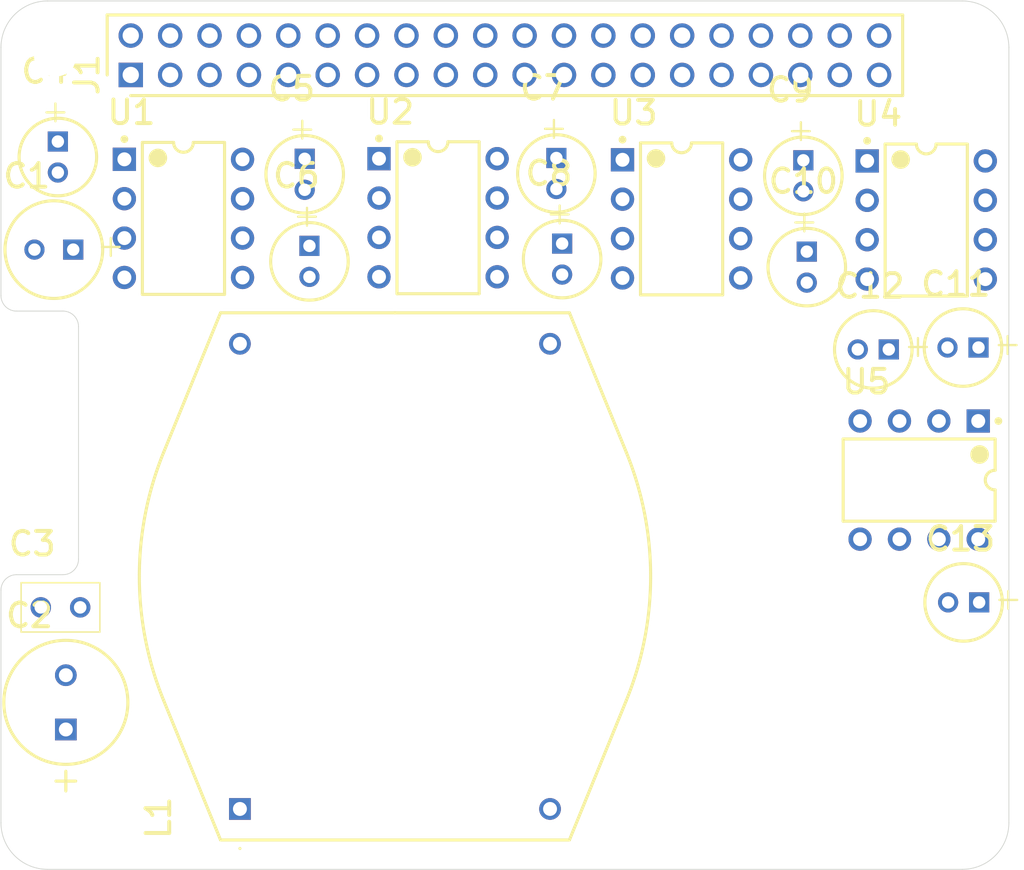
<source format=kicad_pcb>
(kicad_pcb (version 20241229) (generator "pcbnew") (generator_version "9.0")
  (layers (0 "F.Cu" signal "Top Layer") (2 "B.Cu" signal "Bottom Layer") (13 "F.Paste" user "Top Paste") (15 "B.Paste" user "Bottom Paste") (5 "F.SilkS" user "Top Overlay") (7 "B.SilkS" user "Bottom Overlay") (1 "F.Mask" user "Top Solder") (3 "B.Mask" user "Bottom Solder") (25 "Edge.Cuts" user))
  (net 0 "")
  (net 1 "GND")
  (net 2 "DATA5")
  (net 3 "DATA4")
  (net 4 "DATA3")
  (net 5 "DATA2")
  (net 6 "DATA1")
  (net 7 "CLK")
  (net 8 "~{CS}")
  (net 9 "3v3")
  (net 10 "3v3_rpi")
  (footprint "Vault:CAPPR55-200-1100X500X1200" (layer "F.Cu") (at 152.19067 93.64866 -90)
    (property "Reference" "C8" (at -5.523558 0.85168 0) (layer "F.SilkS") (effects (font (size 1.524 1.524) (thickness 0.254))))
    (property "Value" "7110918" (hide yes))
    (fp_circle (center 0 0) (end -2.5 0) (stroke (width 0.2)) (fill no) (layer "F.SilkS"))
    (fp_text user "+" (at -3.908 0.92075 270) (layer "F.SilkS") (effects (font (size 1.5 1.5)) (justify left bottom)))
    (pad "1" thru_hole rect (at -1 0 270) (size 1.3 1.3) (drill 0.8) (layers "*.Cu" "*.Mask") (net 9 "3v3"))
    (pad "2" thru_hole circle (at 1 0 90) (size 1.3 1.3) (drill 0.8) (layers "*.Cu" "*.Mask") (net 1 "GND"))
  )
  (footprint "Vault:CAPPR55-200-1100X500X1200" (layer "F.Cu") (at 135.8938 93.79679 -90)
    (property "Reference" "C6" (at -5.519288 0.83621 0) (layer "F.SilkS") (effects (font (size 1.524 1.524) (thickness 0.254))))
    (property "Value" "7110918" (hide yes))
    (fp_circle (center 0 0) (end -2.5 0) (stroke (width 0.2)) (fill no) (layer "F.SilkS"))
    (fp_text user "+" (at -3.908 0.92075 270) (layer "F.SilkS") (effects (font (size 1.5 1.5)) (justify left bottom)))
    (pad "1" thru_hole rect (at -1 0 270) (size 1.3 1.3) (drill 0.8) (layers "*.Cu" "*.Mask") (net 9 "3v3"))
    (pad "2" thru_hole circle (at 1 0 90) (size 1.3 1.3) (drill 0.8) (layers "*.Cu" "*.Mask") (net 1 "GND"))
  )
  (footprint "" (layer "F.Cu") (at 119.5011 129.5036)
    (property "Reference" "" (at 0 0 0) (layer "F.SilkS") (effects (font (size 1.27 1.27))))
    (property "Value" "")
    (pad "" np_thru_hole circle (at 0 0) (size 2.75 2.75) (drill 2.75) (layers "*.Cu" "*.Mask"))
  )
  (footprint "Vault:DKFPG22GD5J0" (layer "F.Cu") (at 131.4109 129.11156)
    (property "Reference" "L1" (at -5.252128 0.56954 90) (layer "F.SilkS") (effects (font (size 1.524 1.524) (thickness 0.254))))
    (property "Value" "DKFP-G22G-D5J0" (hide yes))
    (fp_line (start -4.92 -23) (end -1.25 -32) (stroke (width 0.2)) (layer "F.SilkS"))
    (fp_line (start -4.92 -7) (end -1.25 2) (stroke (width 0.2)) (layer "F.SilkS"))
    (fp_line (start -1.25 -32) (end 10 -32) (stroke (width 0.2)) (layer "F.SilkS"))
    (fp_line (start -1.25 2) (end 21.25 2) (stroke (width 0.2)) (layer "F.SilkS"))
    (fp_line (start 10 -32) (end 21.25 -32) (stroke (width 0.2)) (layer "F.SilkS"))
    (fp_line (start 21.25 -32) (end 24.92 -23) (stroke (width 0.2)) (layer "F.SilkS"))
    (fp_line (start 21.25 2) (end 24.92 -7) (stroke (width 0.2)) (layer "F.SilkS"))
    (fp_arc (start -4.916994 -6.995065) (mid -6.4875 -15) (end -4.916994 -23.004935) (stroke (width 0.2)) (layer "F.SilkS"))
    (fp_arc (start 0 2.5) (mid 0.05 2.55) (end 0 2.6) (stroke (width 0.1)) (layer "F.SilkS"))
    (fp_arc (start 0 2.6) (mid -0.05 2.55) (end 0 2.5) (stroke (width 0.1)) (layer "F.SilkS"))
    (fp_arc (start 24.916994 -23.004935) (mid 26.4875 -15) (end 24.916994 -6.995065) (stroke (width 0.2)) (layer "F.SilkS"))
    (pad "1" thru_hole rect (at 0 0) (size 1.4 1.4) (drill 0.9) (layers "*.Cu" "*.Mask") (net 9 "3v3"))
    (pad "2" thru_hole circle (at 0 -30) (size 1.4 1.4) (drill 0.9) (layers "*.Cu" "*.Mask") (net 10 "3v3_rpi"))
    (pad "3" thru_hole circle (at 20 0) (size 1.4 1.4) (drill 0.9) (layers "*.Cu" "*.Mask"))
    (pad "4" thru_hole circle (at 20 -30) (size 1.4 1.4) (drill 0.9) (layers "*.Cu" "*.Mask"))
  )
  (footprint "Vault:CAPPR55-200-1100X500X1200" (layer "F.Cu") (at 167.96903 94.16719 -90)
    (property "Reference" "C10" (at -5.534088 0.221845 0) (layer "F.SilkS") (effects (font (size 1.524 1.524) (thickness 0.254))))
    (property "Value" "7110918" (hide yes))
    (fp_circle (center 0 0) (end -2.5 0) (stroke (width 0.2)) (fill no) (layer "F.SilkS"))
    (fp_text user "+" (at -3.908 0.92075 270) (layer "F.SilkS") (effects (font (size 1.5 1.5)) (justify left bottom)))
    (pad "1" thru_hole rect (at -1 0 270) (size 1.3 1.3) (drill 0.8) (layers "*.Cu" "*.Mask") (net 9 "3v3"))
    (pad "2" thru_hole circle (at 1 0 90) (size 1.3 1.3) (drill 0.8) (layers "*.Cu" "*.Mask") (net 1 "GND"))
  )
  (footprint "Vault:MCHP-P-8" (layer "F.Cu") (at 144.19041 90.98186)
    (property "Reference" "U2" (at -3.08762 -6.819158 0) (layer "F.SilkS") (effects (font (size 1.524 1.524) (thickness 0.254))))
    (property "Value" "MCP3201-CI/P" (hide yes))
    (fp_line (start -2.65 -4.9) (end -0.635 -4.9) (stroke (width 0.2)) (layer "F.SilkS"))
    (fp_line (start -2.65 4.9) (end -2.65 -4.9) (stroke (width 0.2)) (layer "F.SilkS"))
    (fp_line (start -2.65 4.9) (end 2.65 4.9) (stroke (width 0.2)) (layer "F.SilkS"))
    (fp_line (start 0.635 -4.9) (end 2.65 -4.9) (stroke (width 0.2)) (layer "F.SilkS"))
    (fp_line (start 2.65 4.9) (end 2.65 -4.9) (stroke (width 0.2)) (layer "F.SilkS"))
    (fp_arc (start 0.635 -4.9) (mid 0 -4.265) (end -0.635 -4.9) (stroke (width 0.2)) (layer "F.SilkS"))
    (fp_circle (center -3.81 -5.11) (end -3.81 -5.235) (stroke (width 0.25)) (fill no) (layer "F.SilkS"))
    (fp_circle (center -1.65 -3.9) (end -1.65 -4.2) (stroke (width 0.6)) (fill no) (layer "F.SilkS"))
    (pad "1" thru_hole rect (at -3.81 -3.81) (size 1.5 1.5) (drill 0.9) (layers "*.Cu" "*.Mask") (net 9 "3v3"))
    (pad "2" thru_hole circle (at -3.81 -1.27) (size 1.5 1.5) (drill 0.9) (layers "*.Cu" "*.Mask"))
    (pad "3" thru_hole circle (at -3.81 1.27) (size 1.5 1.5) (drill 0.9) (layers "*.Cu" "*.Mask") (net 1 "GND"))
    (pad "4" thru_hole circle (at -3.81 3.81) (size 1.5 1.5) (drill 0.9) (layers "*.Cu" "*.Mask") (net 1 "GND"))
    (pad "5" thru_hole circle (at 3.81 3.81) (size 1.5 1.5) (drill 0.9) (layers "*.Cu" "*.Mask") (net 8 "~{CS}"))
    (pad "6" thru_hole circle (at 3.81 1.27) (size 1.5 1.5) (drill 0.9) (layers "*.Cu" "*.Mask") (net 5 "DATA2"))
    (pad "7" thru_hole circle (at 3.81 -1.27) (size 1.5 1.5) (drill 0.9) (layers "*.Cu" "*.Mask") (net 7 "CLK"))
    (pad "8" thru_hole circle (at 3.81 -3.81) (size 1.5 1.5) (drill 0.9) (layers "*.Cu" "*.Mask") (net 9 "3v3"))
  )
  (footprint "Vault:CAPPR65-350-1150X800X1250" (layer "F.Cu") (at 120.1838 122.23538 90)
    (property "Reference" "C2" (at 5.600768 -2.34762 0) (layer "F.SilkS") (effects (font (size 1.524 1.524) (thickness 0.254))))
    (property "Value" "ECA1CM471" (hide yes))
    (fp_line (start -5.08 -0.635) (end -5.08 0.635) (stroke (width 0.2)) (layer "F.SilkS"))
    (fp_line (start -5.715 0) (end -4.445 0) (stroke (width 0.2)) (layer "F.SilkS"))
    (fp_circle (center 0 0) (end 4 0) (stroke (width 0.2)) (fill no) (layer "F.SilkS"))
    (pad "1" thru_hole rect (at -1.75 0 90) (size 1.4 1.4) (drill 0.9) (layers "*.Cu" "*.Mask") (net 9 "3v3"))
    (pad "2" thru_hole circle (at 1.75 0 270) (size 1.4 1.4) (drill 0.9) (layers "*.Cu" "*.Mask") (net 1 "GND"))
  )
  (footprint "Vault:HDRV40W85P254_2X20_5080X500X860P" (layer "F.Cu") (at 124.3711 81.7736 180)
    (property "Reference" "J1" (at 2.830218 0.02312 90) (layer "F.SilkS") (effects (font (size 1.524 1.524) (thickness 0.254))))
    (property "Value" "Raspberry Pi 3B+ Header" (hide yes))
    (fp_line (start 1.52 3.87) (end -49.78 3.87) (stroke (width 0.2)) (layer "F.SilkS"))
    (fp_line (start 1.52 0) (end 1.52 3.87) (stroke (width 0.2)) (layer "F.SilkS"))
    (fp_line (start 0 -1.33) (end -49.78 -1.33) (stroke (width 0.2)) (layer "F.SilkS"))
    (fp_line (start -49.78 -1.33) (end -49.78 3.87) (stroke (width 0.2)) (layer "F.SilkS"))
    (pad "1" thru_hole rect (at 0 0 180) (size 1.575 1.575) (drill 1.05) (layers "*.Cu" "*.Mask") (net 10 "3v3_rpi"))
    (pad "2" thru_hole circle (at 0 2.54 180) (size 1.575 1.575) (drill 1.05) (layers "*.Cu" "*.Mask"))
    (pad "3" thru_hole circle (at -2.54 0 180) (size 1.575 1.575) (drill 1.05) (layers "*.Cu" "*.Mask"))
    (pad "4" thru_hole circle (at -2.54 2.54 180) (size 1.575 1.575) (drill 1.05) (layers "*.Cu" "*.Mask"))
    (pad "5" thru_hole circle (at -5.08 0 180) (size 1.575 1.575) (drill 1.05) (layers "*.Cu" "*.Mask"))
    (pad "6" thru_hole circle (at -5.08 2.54 180) (size 1.575 1.575) (drill 1.05) (layers "*.Cu" "*.Mask") (net 1 "GND"))
    (pad "7" thru_hole circle (at -7.62 0 180) (size 1.575 1.575) (drill 1.05) (layers "*.Cu" "*.Mask"))
    (pad "8" thru_hole circle (at -7.62 2.54 180) (size 1.575 1.575) (drill 1.05) (layers "*.Cu" "*.Mask"))
    (pad "9" thru_hole circle (at -10.16 0 180) (size 1.575 1.575) (drill 1.05) (layers "*.Cu" "*.Mask") (net 1 "GND"))
    (pad "10" thru_hole circle (at -10.16 2.54 180) (size 1.575 1.575) (drill 1.05) (layers "*.Cu" "*.Mask"))
    (pad "11" thru_hole circle (at -12.7 0 180) (size 1.575 1.575) (drill 1.05) (layers "*.Cu" "*.Mask"))
    (pad "12" thru_hole circle (at -12.7 2.54 180) (size 1.575 1.575) (drill 1.05) (layers "*.Cu" "*.Mask"))
    (pad "13" thru_hole circle (at -15.24 0 180) (size 1.575 1.575) (drill 1.05) (layers "*.Cu" "*.Mask") (net 2 "DATA5"))
    (pad "14" thru_hole circle (at -15.24 2.54 180) (size 1.575 1.575) (drill 1.05) (layers "*.Cu" "*.Mask") (net 1 "GND"))
    (pad "15" thru_hole circle (at -17.78 0 180) (size 1.575 1.575) (drill 1.05) (layers "*.Cu" "*.Mask"))
    (pad "16" thru_hole circle (at -17.78 2.54 180) (size 1.575 1.575) (drill 1.05) (layers "*.Cu" "*.Mask") (net 6 "DATA1"))
    (pad "17" thru_hole circle (at -20.32 0 180) (size 1.575 1.575) (drill 1.05) (layers "*.Cu" "*.Mask") (net 10 "3v3_rpi"))
    (pad "18" thru_hole circle (at -20.32 2.54 180) (size 1.575 1.575) (drill 1.05) (layers "*.Cu" "*.Mask") (net 5 "DATA2"))
    (pad "19" thru_hole circle (at -22.86 0 180) (size 1.575 1.575) (drill 1.05) (layers "*.Cu" "*.Mask"))
    (pad "20" thru_hole circle (at -22.86 2.54 180) (size 1.575 1.575) (drill 1.05) (layers "*.Cu" "*.Mask") (net 1 "GND"))
    (pad "21" thru_hole circle (at -25.4 0 180) (size 1.575 1.575) (drill 1.05) (layers "*.Cu" "*.Mask"))
    (pad "22" thru_hole circle (at -25.4 2.54 180) (size 1.575 1.575) (drill 1.05) (layers "*.Cu" "*.Mask") (net 4 "DATA3"))
    (pad "23" thru_hole circle (at -27.94 0 180) (size 1.575 1.575) (drill 1.05) (layers "*.Cu" "*.Mask") (net 7 "CLK"))
    (pad "24" thru_hole circle (at -27.94 2.54 180) (size 1.575 1.575) (drill 1.05) (layers "*.Cu" "*.Mask") (net 8 "~{CS}"))
    (pad "25" thru_hole circle (at -30.48 0 180) (size 1.575 1.575) (drill 1.05) (layers "*.Cu" "*.Mask") (net 1 "GND"))
    (pad "26" thru_hole circle (at -30.48 2.54 180) (size 1.575 1.575) (drill 1.05) (layers "*.Cu" "*.Mask"))
    (pad "27" thru_hole circle (at -33.02 0 180) (size 1.575 1.575) (drill 1.05) (layers "*.Cu" "*.Mask"))
    (pad "28" thru_hole circle (at -33.02 2.54 180) (size 1.575 1.575) (drill 1.05) (layers "*.Cu" "*.Mask"))
    (pad "29" thru_hole circle (at -35.56 0 180) (size 1.575 1.575) (drill 1.05) (layers "*.Cu" "*.Mask"))
    (pad "30" thru_hole circle (at -35.56 2.54 180) (size 1.575 1.575) (drill 1.05) (layers "*.Cu" "*.Mask") (net 1 "GND"))
    (pad "31" thru_hole circle (at -38.1 0 180) (size 1.575 1.575) (drill 1.05) (layers "*.Cu" "*.Mask"))
    (pad "32" thru_hole circle (at -38.1 2.54 180) (size 1.575 1.575) (drill 1.05) (layers "*.Cu" "*.Mask"))
    (pad "33" thru_hole circle (at -40.64 0 180) (size 1.575 1.575) (drill 1.05) (layers "*.Cu" "*.Mask"))
    (pad "34" thru_hole circle (at -40.64 2.54 180) (size 1.575 1.575) (drill 1.05) (layers "*.Cu" "*.Mask") (net 1 "GND"))
    (pad "35" thru_hole circle (at -43.18 0 180) (size 1.575 1.575) (drill 1.05) (layers "*.Cu" "*.Mask"))
    (pad "36" thru_hole circle (at -43.18 2.54 180) (size 1.575 1.575) (drill 1.05) (layers "*.Cu" "*.Mask"))
    (pad "37" thru_hole circle (at -45.72 0 180) (size 1.575 1.575) (drill 1.05) (layers "*.Cu" "*.Mask") (net 3 "DATA4"))
    (pad "38" thru_hole circle (at -45.72 2.54 180) (size 1.575 1.575) (drill 1.05) (layers "*.Cu" "*.Mask"))
    (pad "39" thru_hole circle (at -48.26 0 180) (size 1.575 1.575) (drill 1.05) (layers "*.Cu" "*.Mask") (net 1 "GND"))
    (pad "40" thru_hole circle (at -48.26 2.54 180) (size 1.575 1.575) (drill 1.05) (layers "*.Cu" "*.Mask"))
  )
  (footprint "Vault:CAPPR55-200-1100X500X1200" (layer "F.Cu") (at 135.58871 88.18137 -90)
    (property "Reference" "C5" (at -5.517268 0.83592 0) (layer "F.SilkS") (effects (font (size 1.524 1.524) (thickness 0.254))))
    (property "Value" "7110918" (hide yes))
    (fp_circle (center 0 0) (end -2.5 0) (stroke (width 0.2)) (fill no) (layer "F.SilkS"))
    (fp_text user "+" (at -3.908 0.92075 270) (layer "F.SilkS") (effects (font (size 1.5 1.5)) (justify left bottom)))
    (pad "1" thru_hole rect (at -1 0 270) (size 1.3 1.3) (drill 0.8) (layers "*.Cu" "*.Mask") (net 9 "3v3"))
    (pad "2" thru_hole circle (at 1 0 90) (size 1.3 1.3) (drill 0.8) (layers "*.Cu" "*.Mask") (net 1 "GND"))
  )
  (footprint "Vault:MCHP-P-8" (layer "F.Cu") (at 159.89467 91.05597)
    (property "Reference" "U3" (at -3.09468 -6.842468 0) (layer "F.SilkS") (effects (font (size 1.524 1.524) (thickness 0.254))))
    (property "Value" "MCP3201-CI/P" (hide yes))
    (fp_line (start -2.65 -4.9) (end -0.635 -4.9) (stroke (width 0.2)) (layer "F.SilkS"))
    (fp_line (start -2.65 4.9) (end -2.65 -4.9) (stroke (width 0.2)) (layer "F.SilkS"))
    (fp_line (start -2.65 4.9) (end 2.65 4.9) (stroke (width 0.2)) (layer "F.SilkS"))
    (fp_line (start 0.635 -4.9) (end 2.65 -4.9) (stroke (width 0.2)) (layer "F.SilkS"))
    (fp_line (start 2.65 4.9) (end 2.65 -4.9) (stroke (width 0.2)) (layer "F.SilkS"))
    (fp_arc (start 0.635 -4.9) (mid 0 -4.265) (end -0.635 -4.9) (stroke (width 0.2)) (layer "F.SilkS"))
    (fp_circle (center -3.81 -5.11) (end -3.81 -5.235) (stroke (width 0.25)) (fill no) (layer "F.SilkS"))
    (fp_circle (center -1.65 -3.9) (end -1.65 -4.2) (stroke (width 0.6)) (fill no) (layer "F.SilkS"))
    (pad "1" thru_hole rect (at -3.81 -3.81) (size 1.5 1.5) (drill 0.9) (layers "*.Cu" "*.Mask") (net 9 "3v3"))
    (pad "2" thru_hole circle (at -3.81 -1.27) (size 1.5 1.5) (drill 0.9) (layers "*.Cu" "*.Mask"))
    (pad "3" thru_hole circle (at -3.81 1.27) (size 1.5 1.5) (drill 0.9) (layers "*.Cu" "*.Mask") (net 1 "GND"))
    (pad "4" thru_hole circle (at -3.81 3.81) (size 1.5 1.5) (drill 0.9) (layers "*.Cu" "*.Mask") (net 1 "GND"))
    (pad "5" thru_hole circle (at 3.81 3.81) (size 1.5 1.5) (drill 0.9) (layers "*.Cu" "*.Mask") (net 8 "~{CS}"))
    (pad "6" thru_hole circle (at 3.81 1.27) (size 1.5 1.5) (drill 0.9) (layers "*.Cu" "*.Mask") (net 4 "DATA3"))
    (pad "7" thru_hole circle (at 3.81 -1.27) (size 1.5 1.5) (drill 0.9) (layers "*.Cu" "*.Mask") (net 7 "CLK"))
    (pad "8" thru_hole circle (at 3.81 -3.81) (size 1.5 1.5) (drill 0.9) (layers "*.Cu" "*.Mask") (net 9 "3v3"))
  )
  (footprint "Vault:CAPPR55-200-1100X500X1200" (layer "F.Cu") (at 178.08424 115.7895 180)
    (property "Reference" "C13" (at 0.202455 4.093198 0) (layer "F.SilkS") (effects (font (size 1.524 1.524) (thickness 0.254))))
    (property "Value" "7110918" (hide yes))
    (fp_circle (center 0 0) (end 0 2.5) (stroke (width 0.2)) (fill no) (layer "F.SilkS"))
    (fp_text user "+" (at -3.908 0.92075 180) (layer "F.SilkS") (effects (font (size 1.5 1.5)) (justify left bottom)))
    (pad "1" thru_hole rect (at -1 0 180) (size 1.3 1.3) (drill 0.8) (layers "*.Cu" "*.Mask") (net 9 "3v3"))
    (pad "2" thru_hole circle (at 1 0) (size 1.3 1.3) (drill 0.8) (layers "*.Cu" "*.Mask") (net 1 "GND"))
  )
  (footprint "Vault:CAPPR55-200-1100X500X1200" (layer "F.Cu") (at 172.25809 99.47629 180)
    (property "Reference" "C12" (at 0.218305 4.086788 0) (layer "F.SilkS") (effects (font (size 1.524 1.524) (thickness 0.254))))
    (property "Value" "7110918" (hide yes))
    (fp_circle (center 0 0) (end 0 2.5) (stroke (width 0.2)) (fill no) (layer "F.SilkS"))
    (fp_text user "+" (at -3.908 0.92074 180) (layer "F.SilkS") (effects (font (size 1.5 1.5)) (justify left bottom)))
    (pad "1" thru_hole rect (at -1 0 180) (size 1.3 1.3) (drill 0.8) (layers "*.Cu" "*.Mask") (net 9 "3v3"))
    (pad "2" thru_hole circle (at 1 0) (size 1.3 1.3) (drill 0.8) (layers "*.Cu" "*.Mask") (net 1 "GND"))
  )
  (footprint "Vault:C320C104K1R5TA" (layer "F.Cu") (at 119.83871 116.1107)
    (property "Reference" "C3" (at -1.82473 -4.098888 0) (layer "F.SilkS") (effects (font (size 1.524 1.524) (thickness 0.254))))
    (property "Value" "C320C104K1R5TA" (hide yes))
    (fp_line (start -2.54 -1.59) (end 2.54 -1.59) (stroke (width 0.1)) (layer "F.SilkS"))
    (fp_line (start -2.54 1.59) (end -2.54 -1.59) (stroke (width 0.1)) (layer "F.SilkS"))
    (fp_line (start -2.54 1.59) (end 2.54 1.59) (stroke (width 0.1)) (layer "F.SilkS"))
    (fp_line (start 2.54 1.59) (end 2.54 -1.59) (stroke (width 0.1)) (layer "F.SilkS"))
    (pad "1" thru_hole circle (at -1.27 0) (size 1.316 1.316) (drill 0.81) (layers "*.Cu" "*.Mask") (net 9 "3v3"))
    (pad "2" thru_hole circle (at 1.27 0) (size 1.316 1.316) (drill 0.81) (layers "*.Cu" "*.Mask") (net 1 "GND"))
  )
  (footprint "" (layer "F.Cu") (at 177.5011 129.5036)
    (property "Reference" "" (at 0 0 0) (layer "F.SilkS") (effects (font (size 1.27 1.27))))
    (property "Value" "")
    (pad "" np_thru_hole circle (at 0 0) (size 2.75 2.75) (drill 2.75) (layers "*.Cu" "*.Mask"))
  )
  (footprint "Vault:MCHP-P-8" (layer "F.Cu") (at 127.76941 91.02475)
    (property "Reference" "U1" (at -3.35434 -6.836648 0) (layer "F.SilkS") (effects (font (size 1.524 1.524) (thickness 0.254))))
    (property "Value" "MCP3201-CI/P" (hide yes))
    (fp_line (start -2.65 -4.9) (end -0.635 -4.9) (stroke (width 0.2)) (layer "F.SilkS"))
    (fp_line (start -2.65 4.9) (end -2.65 -4.9) (stroke (width 0.2)) (layer "F.SilkS"))
    (fp_line (start -2.65 4.9) (end 2.65 4.9) (stroke (width 0.2)) (layer "F.SilkS"))
    (fp_line (start 0.635 -4.9) (end 2.65 -4.9) (stroke (width 0.2)) (layer "F.SilkS"))
    (fp_line (start 2.65 4.9) (end 2.65 -4.9) (stroke (width 0.2)) (layer "F.SilkS"))
    (fp_arc (start 0.635 -4.9) (mid 0 -4.265) (end -0.635 -4.9) (stroke (width 0.2)) (layer "F.SilkS"))
    (fp_circle (center -3.81 -5.11) (end -3.81 -5.235) (stroke (width 0.25)) (fill no) (layer "F.SilkS"))
    (fp_circle (center -1.65 -3.9) (end -1.65 -4.2) (stroke (width 0.6)) (fill no) (layer "F.SilkS"))
    (pad "1" thru_hole rect (at -3.81 -3.81) (size 1.5 1.5) (drill 0.9) (layers "*.Cu" "*.Mask") (net 9 "3v3"))
    (pad "2" thru_hole circle (at -3.81 -1.27) (size 1.5 1.5) (drill 0.9) (layers "*.Cu" "*.Mask"))
    (pad "3" thru_hole circle (at -3.81 1.27) (size 1.5 1.5) (drill 0.9) (layers "*.Cu" "*.Mask") (net 1 "GND"))
    (pad "4" thru_hole circle (at -3.81 3.81) (size 1.5 1.5) (drill 0.9) (layers "*.Cu" "*.Mask") (net 1 "GND"))
    (pad "5" thru_hole circle (at 3.81 3.81) (size 1.5 1.5) (drill 0.9) (layers "*.Cu" "*.Mask") (net 8 "~{CS}"))
    (pad "6" thru_hole circle (at 3.81 1.27) (size 1.5 1.5) (drill 0.9) (layers "*.Cu" "*.Mask") (net 6 "DATA1"))
    (pad "7" thru_hole circle (at 3.81 -1.27) (size 1.5 1.5) (drill 0.9) (layers "*.Cu" "*.Mask") (net 7 "CLK"))
    (pad "8" thru_hole circle (at 3.81 -3.81) (size 1.5 1.5) (drill 0.9) (layers "*.Cu" "*.Mask") (net 9 "3v3"))
  )
  (footprint "Vault:CAPPR55-200-1100X500X1200" (layer "F.Cu") (at 167.74681 88.27813 -90)
    (property "Reference" "C9" (at -5.537828 0.83762 0) (layer "F.SilkS") (effects (font (size 1.524 1.524) (thickness 0.254))))
    (property "Value" "7110918" (hide yes))
    (fp_circle (center 0 0) (end -2.5 0) (stroke (width 0.2)) (fill no) (layer "F.SilkS"))
    (fp_text user "+" (at -3.908 0.92075 270) (layer "F.SilkS") (effects (font (size 1.5 1.5)) (justify left bottom)))
    (pad "1" thru_hole rect (at -1 0 270) (size 1.3 1.3) (drill 0.8) (layers "*.Cu" "*.Mask") (net 9 "3v3"))
    (pad "2" thru_hole circle (at 1 0 90) (size 1.3 1.3) (drill 0.8) (layers "*.Cu" "*.Mask") (net 1 "GND"))
  )
  (footprint "" (layer "F.Cu") (at 177.5011 80.5036)
    (property "Reference" "" (at 0 0 0) (layer "F.SilkS") (effects (font (size 1.27 1.27))))
    (property "Value" "")
    (pad "" np_thru_hole circle (at 0 0) (size 2.75 2.75) (drill 2.75) (layers "*.Cu" "*.Mask"))
  )
  (footprint "Vault:CAPPR55-200-1100X500X1200" (layer "F.Cu") (at 119.66945 87.06683 -90)
    (property "Reference" "C4" (at -5.535018 0.84267 0) (layer "F.SilkS") (effects (font (size 1.524 1.524) (thickness 0.254))))
    (property "Value" "7110918" (hide yes))
    (fp_circle (center 0 0) (end -2.5 0) (stroke (width 0.2)) (fill no) (layer "F.SilkS"))
    (fp_text user "+" (at -3.908 0.92075 270) (layer "F.SilkS") (effects (font (size 1.5 1.5)) (justify left bottom)))
    (pad "1" thru_hole rect (at -1 0 270) (size 1.3 1.3) (drill 0.8) (layers "*.Cu" "*.Mask") (net 9 "3v3"))
    (pad "2" thru_hole circle (at 1 0 90) (size 1.3 1.3) (drill 0.8) (layers "*.Cu" "*.Mask") (net 1 "GND"))
  )
  (footprint "Vault:CAPPR55-200-1100X500X1200" (layer "F.Cu") (at 178.04349 99.35257 180)
    (property "Reference" "C11" (at 0.466425 4.090068 0) (layer "F.SilkS") (effects (font (size 1.524 1.524) (thickness 0.254))))
    (property "Value" "7110918" (hide yes))
    (fp_circle (center 0 0) (end 0 2.5) (stroke (width 0.2)) (fill no) (layer "F.SilkS"))
    (fp_text user "+" (at -3.908 0.92075 180) (layer "F.SilkS") (effects (font (size 1.5 1.5)) (justify left bottom)))
    (pad "1" thru_hole rect (at -1 0 180) (size 1.3 1.3) (drill 0.8) (layers "*.Cu" "*.Mask") (net 9 "3v3"))
    (pad "2" thru_hole circle (at 1 0) (size 1.3 1.3) (drill 0.8) (layers "*.Cu" "*.Mask") (net 1 "GND"))
  )
  (footprint "Vault:CAPPR55-250-1120X630X1220" (layer "F.Cu") (at 119.41011 93.03775 180)
    (property "Reference" "C1" (at 1.75165 4.749538 0) (layer "F.SilkS") (effects (font (size 1.524 1.524) (thickness 0.254))))
    (property "Value" "ECA1EM101" (hide yes))
    (fp_circle (center 0 0) (end 0 3.15) (stroke (width 0.2)) (fill no) (layer "F.SilkS"))
    (fp_text user "+" (at -4.6997 0.93383 180) (layer "F.SilkS") (effects (font (size 1.5 1.5)) (justify left bottom)))
    (pad "1" thru_hole rect (at -1.25 0) (size 1.3 1.3) (drill 0.8) (layers "*.Cu" "*.Mask") (net 10 "3v3_rpi"))
    (pad "2" thru_hole circle (at 1.25 0) (size 1.3 1.3) (drill 0.8) (layers "*.Cu" "*.Mask") (net 1 "GND"))
  )
  (footprint "" (layer "F.Cu") (at 119.5011 80.5036)
    (property "Reference" "" (at 0 0 0) (layer "F.SilkS") (effects (font (size 1.27 1.27))))
    (property "Value" "")
    (pad "" np_thru_hole circle (at 0 0) (size 2.75 2.75) (drill 2.75) (layers "*.Cu" "*.Mask"))
  )
  (footprint "Vault:MCHP-P-8" (layer "F.Cu") (at 175.21598 107.9018 -90)
    (property "Reference" "U5" (at -6.340098 3.40459 0) (layer "F.SilkS") (effects (font (size 1.524 1.524) (thickness 0.254))))
    (property "Value" "MCP3201-CI/P" (hide yes))
    (fp_line (start -2.65 4.9) (end -2.65 -4.9) (stroke (width 0.2)) (layer "F.SilkS"))
    (fp_line (start 2.65 4.9) (end -2.65 4.9) (stroke (width 0.2)) (layer "F.SilkS"))
    (fp_line (start 2.65 4.9) (end 2.65 -4.9) (stroke (width 0.2)) (layer "F.SilkS"))
    (fp_line (start -0.635 -4.9) (end -2.65 -4.9) (stroke (width 0.2)) (layer "F.SilkS"))
    (fp_line (start 2.65 -4.9) (end 0.635 -4.9) (stroke (width 0.2)) (layer "F.SilkS"))
    (fp_arc (start 0.635 -4.9) (mid 0 -4.265) (end -0.635 -4.9) (stroke (width 0.2)) (layer "F.SilkS"))
    (fp_circle (center -1.65 -3.9) (end -1.95 -3.9) (stroke (width 0.6)) (fill no) (layer "F.SilkS"))
    (fp_circle (center -3.81 -5.11) (end -3.935 -5.11) (stroke (width 0.25)) (fill no) (layer "F.SilkS"))
    (pad "1" thru_hole rect (at -3.81 -3.81 270) (size 1.5 1.5) (drill 0.9) (layers "*.Cu" "*.Mask") (net 9 "3v3"))
    (pad "2" thru_hole circle (at -3.81 -1.27 270) (size 1.5 1.5) (drill 0.9) (layers "*.Cu" "*.Mask"))
    (pad "3" thru_hole circle (at -3.81 1.27 270) (size 1.5 1.5) (drill 0.9) (layers "*.Cu" "*.Mask") (net 1 "GND"))
    (pad "4" thru_hole circle (at -3.81 3.81 270) (size 1.5 1.5) (drill 0.9) (layers "*.Cu" "*.Mask") (net 1 "GND"))
    (pad "5" thru_hole circle (at 3.81 3.81 270) (size 1.5 1.5) (drill 0.9) (layers "*.Cu" "*.Mask") (net 8 "~{CS}"))
    (pad "6" thru_hole circle (at 3.81 1.27 270) (size 1.5 1.5) (drill 0.9) (layers "*.Cu" "*.Mask") (net 2 "DATA5"))
    (pad "7" thru_hole circle (at 3.81 -1.27 270) (size 1.5 1.5) (drill 0.9) (layers "*.Cu" "*.Mask") (net 7 "CLK"))
    (pad "8" thru_hole circle (at 3.81 -3.81 270) (size 1.5 1.5) (drill 0.9) (layers "*.Cu" "*.Mask") (net 9 "3v3"))
  )
  (footprint "Vault:CAPPR55-200-1100X500X1200" (layer "F.Cu") (at 151.82032 88.12999 -90)
    (property "Reference" "C7" (at -5.516688 0.83693 0) (layer "F.SilkS") (effects (font (size 1.524 1.524) (thickness 0.254))))
    (property "Value" "7110918" (hide yes))
    (fp_circle (center 0 0) (end -2.5 0) (stroke (width 0.2)) (fill no) (layer "F.SilkS"))
    (fp_text user "+" (at -3.908 0.92075 270) (layer "F.SilkS") (effects (font (size 1.5 1.5)) (justify left bottom)))
    (pad "1" thru_hole rect (at -1 0 270) (size 1.3 1.3) (drill 0.8) (layers "*.Cu" "*.Mask") (net 9 "3v3"))
    (pad "2" thru_hole circle (at 1 0 90) (size 1.3 1.3) (drill 0.8) (layers "*.Cu" "*.Mask") (net 1 "GND"))
  )
  (footprint "Vault:MCHP-P-8" (layer "F.Cu") (at 175.67303 91.13004)
    (property "Reference" "U4" (at -3.09964 -6.840338 0) (layer "F.SilkS") (effects (font (size 1.524 1.524) (thickness 0.254))))
    (property "Value" "MCP3201-CI/P" (hide yes))
    (fp_line (start -2.65 -4.9) (end -0.635 -4.9) (stroke (width 0.2)) (layer "F.SilkS"))
    (fp_line (start -2.65 4.9) (end -2.65 -4.9) (stroke (width 0.2)) (layer "F.SilkS"))
    (fp_line (start -2.65 4.9) (end 2.65 4.9) (stroke (width 0.2)) (layer "F.SilkS"))
    (fp_line (start 0.635 -4.9) (end 2.65 -4.9) (stroke (width 0.2)) (layer "F.SilkS"))
    (fp_line (start 2.65 4.9) (end 2.65 -4.9) (stroke (width 0.2)) (layer "F.SilkS"))
    (fp_arc (start 0.635 -4.9) (mid 0 -4.265) (end -0.635 -4.9) (stroke (width 0.2)) (layer "F.SilkS"))
    (fp_circle (center -3.81 -5.11) (end -3.81 -5.235) (stroke (width 0.25)) (fill no) (layer "F.SilkS"))
    (fp_circle (center -1.65 -3.9) (end -1.65 -4.2) (stroke (width 0.6)) (fill no) (layer "F.SilkS"))
    (pad "1" thru_hole rect (at -3.81 -3.81) (size 1.5 1.5) (drill 0.9) (layers "*.Cu" "*.Mask") (net 9 "3v3"))
    (pad "2" thru_hole circle (at -3.81 -1.27) (size 1.5 1.5) (drill 0.9) (layers "*.Cu" "*.Mask"))
    (pad "3" thru_hole circle (at -3.81 1.27) (size 1.5 1.5) (drill 0.9) (layers "*.Cu" "*.Mask") (net 1 "GND"))
    (pad "4" thru_hole circle (at -3.81 3.81) (size 1.5 1.5) (drill 0.9) (layers "*.Cu" "*.Mask") (net 1 "GND"))
    (pad "5" thru_hole circle (at 3.81 3.81) (size 1.5 1.5) (drill 0.9) (layers "*.Cu" "*.Mask") (net 8 "~{CS}"))
    (pad "6" thru_hole circle (at 3.81 1.27) (size 1.5 1.5) (drill 0.9) (layers "*.Cu" "*.Mask") (net 3 "DATA4"))
    (pad "7" thru_hole circle (at 3.81 -1.27) (size 1.5 1.5) (drill 0.9) (layers "*.Cu" "*.Mask") (net 7 "CLK"))
    (pad "8" thru_hole circle (at 3.81 -3.81) (size 1.5 1.5) (drill 0.9) (layers "*.Cu" "*.Mask") (net 9 "3v3"))
  )
  (gr_line (start 116.0011 96.0036) (end 116.0011 80.003599) (stroke (width 0.05)) (layer "Edge.Cuts"))
  (gr_line (start 178.001099 133.0036) (end 178.0011 133.0036) (stroke (width 0.05)) (layer "Edge.Cuts"))
  (gr_arc (start 181.0011 130.003601) (mid 180.12242 132.124921) (end 178.001099 133.0036) (stroke (width 0.05)) (layer "Edge.Cuts"))
  (gr_arc (start 178.001101 77.0036) (mid 180.122421 77.88228) (end 181.0011 80.003601) (stroke (width 0.05)) (layer "Edge.Cuts"))
  (gr_line (start 181.0011 80.0036) (end 181.0011 130.003601) (stroke (width 0.05)) (layer "Edge.Cuts"))
  (gr_arc (start 121.0011 113.0036) (mid 120.708211 113.710717) (end 120.0011 114.0036) (stroke (width 0.05)) (layer "Edge.Cuts"))
  (gr_line (start 117.0011 114.0036) (end 120.0011 114.0036) (stroke (width 0.05)) (layer "Edge.Cuts"))
  (gr_line (start 121.0011 113.0036) (end 121.0011 98.0036) (stroke (width 0.05)) (layer "Edge.Cuts"))
  (gr_arc (start 117.0011 97.0036) (mid 116.293993 96.710707) (end 116.0011 96.0036) (stroke (width 0.05)) (layer "Edge.Cuts"))
  (gr_arc (start 116.0011 115.0036) (mid 116.293993 114.296493) (end 117.0011 114.0036) (stroke (width 0.05)) (layer "Edge.Cuts"))
  (gr_arc (start 119.001099 133.0036) (mid 116.879779 132.12492) (end 116.0011 130.003599) (stroke (width 0.05)) (layer "Edge.Cuts"))
  (gr_line (start 119.0011 77.0036) (end 178.001101 77.0036) (stroke (width 0.05)) (layer "Edge.Cuts"))
  (gr_line (start 119.001101 77.0036) (end 119.0011 77.0036) (stroke (width 0.05)) (layer "Edge.Cuts"))
  (gr_arc (start 116.0011 80.003599) (mid 116.87978 77.882279) (end 119.001101 77.0036) (stroke (width 0.05)) (layer "Edge.Cuts"))
  (gr_line (start 120.0011 97.0036) (end 117.0011 97.0036) (stroke (width 0.05)) (layer "Edge.Cuts"))
  (gr_line (start 178.0011 133.0036) (end 119.001099 133.0036) (stroke (width 0.05)) (layer "Edge.Cuts"))
  (gr_line (start 181.0011 80.003601) (end 181.0011 80.0036) (stroke (width 0.05)) (layer "Edge.Cuts"))
  (gr_line (start 116.0011 130.0036) (end 116.0011 115.0036) (stroke (width 0.05)) (layer "Edge.Cuts"))
  (gr_arc (start 120.0011 97.0036) (mid 120.708204 97.296496) (end 121.0011 98.0036) (stroke (width 0.05)) (layer "Edge.Cuts"))
  (gr_line (start 116.0011 130.003599) (end 116.0011 130.0036) (stroke (width 0.05)) (layer "Edge.Cuts"))
)
</source>
